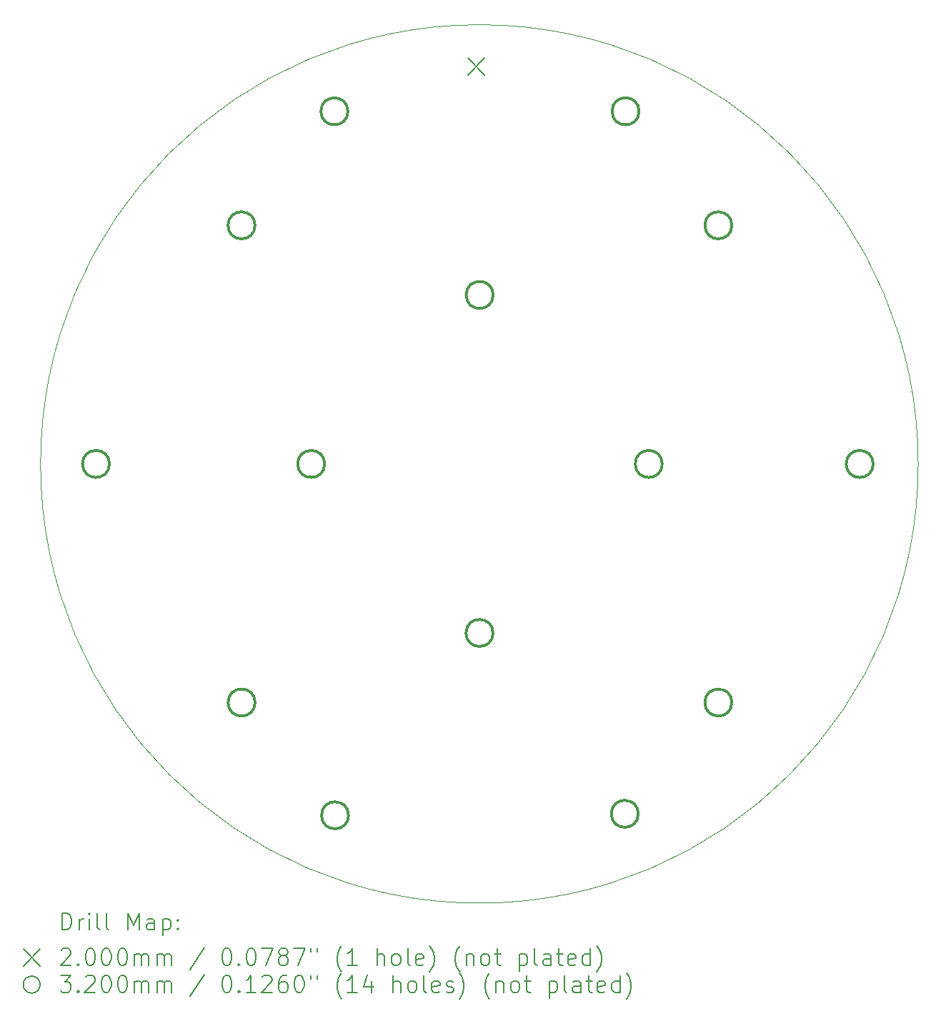
<source format=gbr>
%TF.GenerationSoftware,KiCad,Pcbnew,7.0.9*%
%TF.CreationDate,2024-01-26T12:36:04+01:00*%
%TF.ProjectId,maglev26,6d61676c-6576-4323-962e-6b696361645f,1.0*%
%TF.SameCoordinates,Original*%
%TF.FileFunction,Drillmap*%
%TF.FilePolarity,Positive*%
%FSLAX45Y45*%
G04 Gerber Fmt 4.5, Leading zero omitted, Abs format (unit mm)*
G04 Created by KiCad (PCBNEW 7.0.9) date 2024-01-26 12:36:04*
%MOMM*%
%LPD*%
G01*
G04 APERTURE LIST*
%ADD10C,0.100000*%
%ADD11C,0.200000*%
%ADD12C,0.320000*%
G04 APERTURE END LIST*
D10*
X19818250Y-9925000D02*
G75*
G03*
X19818250Y-9925000I-5200000J0D01*
G01*
D11*
X14480000Y-5120000D02*
X14680000Y-5320000D01*
X14680000Y-5120000D02*
X14480000Y-5320000D01*
D12*
X10235000Y-9925000D02*
G75*
G03*
X10235000Y-9925000I-160000J0D01*
G01*
X11960000Y-7100000D02*
G75*
G03*
X11960000Y-7100000I-160000J0D01*
G01*
X11960000Y-12750000D02*
G75*
G03*
X11960000Y-12750000I-160000J0D01*
G01*
X12785000Y-9925000D02*
G75*
G03*
X12785000Y-9925000I-160000J0D01*
G01*
X13060000Y-5750000D02*
G75*
G03*
X13060000Y-5750000I-160000J0D01*
G01*
X13067702Y-14085286D02*
G75*
G03*
X13067702Y-14085286I-160000J0D01*
G01*
X14779847Y-11926189D02*
G75*
G03*
X14779847Y-11926189I-160000J0D01*
G01*
X14780895Y-7924585D02*
G75*
G03*
X14780895Y-7924585I-160000J0D01*
G01*
X16501204Y-14067816D02*
G75*
G03*
X16501204Y-14067816I-160000J0D01*
G01*
X16510000Y-5750000D02*
G75*
G03*
X16510000Y-5750000I-160000J0D01*
G01*
X16785000Y-9925000D02*
G75*
G03*
X16785000Y-9925000I-160000J0D01*
G01*
X17610000Y-7100000D02*
G75*
G03*
X17610000Y-7100000I-160000J0D01*
G01*
X17610000Y-12750000D02*
G75*
G03*
X17610000Y-12750000I-160000J0D01*
G01*
X19285000Y-9925000D02*
G75*
G03*
X19285000Y-9925000I-160000J0D01*
G01*
D11*
X9674027Y-15441484D02*
X9674027Y-15241484D01*
X9674027Y-15241484D02*
X9721646Y-15241484D01*
X9721646Y-15241484D02*
X9750217Y-15251008D01*
X9750217Y-15251008D02*
X9769265Y-15270055D01*
X9769265Y-15270055D02*
X9778789Y-15289103D01*
X9778789Y-15289103D02*
X9788313Y-15327198D01*
X9788313Y-15327198D02*
X9788313Y-15355769D01*
X9788313Y-15355769D02*
X9778789Y-15393865D01*
X9778789Y-15393865D02*
X9769265Y-15412912D01*
X9769265Y-15412912D02*
X9750217Y-15431960D01*
X9750217Y-15431960D02*
X9721646Y-15441484D01*
X9721646Y-15441484D02*
X9674027Y-15441484D01*
X9874027Y-15441484D02*
X9874027Y-15308150D01*
X9874027Y-15346246D02*
X9883551Y-15327198D01*
X9883551Y-15327198D02*
X9893074Y-15317674D01*
X9893074Y-15317674D02*
X9912122Y-15308150D01*
X9912122Y-15308150D02*
X9931170Y-15308150D01*
X9997836Y-15441484D02*
X9997836Y-15308150D01*
X9997836Y-15241484D02*
X9988313Y-15251008D01*
X9988313Y-15251008D02*
X9997836Y-15260531D01*
X9997836Y-15260531D02*
X10007360Y-15251008D01*
X10007360Y-15251008D02*
X9997836Y-15241484D01*
X9997836Y-15241484D02*
X9997836Y-15260531D01*
X10121646Y-15441484D02*
X10102598Y-15431960D01*
X10102598Y-15431960D02*
X10093074Y-15412912D01*
X10093074Y-15412912D02*
X10093074Y-15241484D01*
X10226408Y-15441484D02*
X10207360Y-15431960D01*
X10207360Y-15431960D02*
X10197836Y-15412912D01*
X10197836Y-15412912D02*
X10197836Y-15241484D01*
X10454979Y-15441484D02*
X10454979Y-15241484D01*
X10454979Y-15241484D02*
X10521646Y-15384341D01*
X10521646Y-15384341D02*
X10588313Y-15241484D01*
X10588313Y-15241484D02*
X10588313Y-15441484D01*
X10769265Y-15441484D02*
X10769265Y-15336722D01*
X10769265Y-15336722D02*
X10759741Y-15317674D01*
X10759741Y-15317674D02*
X10740694Y-15308150D01*
X10740694Y-15308150D02*
X10702598Y-15308150D01*
X10702598Y-15308150D02*
X10683551Y-15317674D01*
X10769265Y-15431960D02*
X10750217Y-15441484D01*
X10750217Y-15441484D02*
X10702598Y-15441484D01*
X10702598Y-15441484D02*
X10683551Y-15431960D01*
X10683551Y-15431960D02*
X10674027Y-15412912D01*
X10674027Y-15412912D02*
X10674027Y-15393865D01*
X10674027Y-15393865D02*
X10683551Y-15374817D01*
X10683551Y-15374817D02*
X10702598Y-15365293D01*
X10702598Y-15365293D02*
X10750217Y-15365293D01*
X10750217Y-15365293D02*
X10769265Y-15355769D01*
X10864503Y-15308150D02*
X10864503Y-15508150D01*
X10864503Y-15317674D02*
X10883551Y-15308150D01*
X10883551Y-15308150D02*
X10921646Y-15308150D01*
X10921646Y-15308150D02*
X10940694Y-15317674D01*
X10940694Y-15317674D02*
X10950217Y-15327198D01*
X10950217Y-15327198D02*
X10959741Y-15346246D01*
X10959741Y-15346246D02*
X10959741Y-15403388D01*
X10959741Y-15403388D02*
X10950217Y-15422436D01*
X10950217Y-15422436D02*
X10940694Y-15431960D01*
X10940694Y-15431960D02*
X10921646Y-15441484D01*
X10921646Y-15441484D02*
X10883551Y-15441484D01*
X10883551Y-15441484D02*
X10864503Y-15431960D01*
X11045455Y-15422436D02*
X11054979Y-15431960D01*
X11054979Y-15431960D02*
X11045455Y-15441484D01*
X11045455Y-15441484D02*
X11035932Y-15431960D01*
X11035932Y-15431960D02*
X11045455Y-15422436D01*
X11045455Y-15422436D02*
X11045455Y-15441484D01*
X11045455Y-15317674D02*
X11054979Y-15327198D01*
X11054979Y-15327198D02*
X11045455Y-15336722D01*
X11045455Y-15336722D02*
X11035932Y-15327198D01*
X11035932Y-15327198D02*
X11045455Y-15317674D01*
X11045455Y-15317674D02*
X11045455Y-15336722D01*
X9213250Y-15670000D02*
X9413250Y-15870000D01*
X9413250Y-15670000D02*
X9213250Y-15870000D01*
X9664503Y-15680531D02*
X9674027Y-15671008D01*
X9674027Y-15671008D02*
X9693074Y-15661484D01*
X9693074Y-15661484D02*
X9740694Y-15661484D01*
X9740694Y-15661484D02*
X9759741Y-15671008D01*
X9759741Y-15671008D02*
X9769265Y-15680531D01*
X9769265Y-15680531D02*
X9778789Y-15699579D01*
X9778789Y-15699579D02*
X9778789Y-15718627D01*
X9778789Y-15718627D02*
X9769265Y-15747198D01*
X9769265Y-15747198D02*
X9654979Y-15861484D01*
X9654979Y-15861484D02*
X9778789Y-15861484D01*
X9864503Y-15842436D02*
X9874027Y-15851960D01*
X9874027Y-15851960D02*
X9864503Y-15861484D01*
X9864503Y-15861484D02*
X9854979Y-15851960D01*
X9854979Y-15851960D02*
X9864503Y-15842436D01*
X9864503Y-15842436D02*
X9864503Y-15861484D01*
X9997836Y-15661484D02*
X10016884Y-15661484D01*
X10016884Y-15661484D02*
X10035932Y-15671008D01*
X10035932Y-15671008D02*
X10045455Y-15680531D01*
X10045455Y-15680531D02*
X10054979Y-15699579D01*
X10054979Y-15699579D02*
X10064503Y-15737674D01*
X10064503Y-15737674D02*
X10064503Y-15785293D01*
X10064503Y-15785293D02*
X10054979Y-15823388D01*
X10054979Y-15823388D02*
X10045455Y-15842436D01*
X10045455Y-15842436D02*
X10035932Y-15851960D01*
X10035932Y-15851960D02*
X10016884Y-15861484D01*
X10016884Y-15861484D02*
X9997836Y-15861484D01*
X9997836Y-15861484D02*
X9978789Y-15851960D01*
X9978789Y-15851960D02*
X9969265Y-15842436D01*
X9969265Y-15842436D02*
X9959741Y-15823388D01*
X9959741Y-15823388D02*
X9950217Y-15785293D01*
X9950217Y-15785293D02*
X9950217Y-15737674D01*
X9950217Y-15737674D02*
X9959741Y-15699579D01*
X9959741Y-15699579D02*
X9969265Y-15680531D01*
X9969265Y-15680531D02*
X9978789Y-15671008D01*
X9978789Y-15671008D02*
X9997836Y-15661484D01*
X10188313Y-15661484D02*
X10207360Y-15661484D01*
X10207360Y-15661484D02*
X10226408Y-15671008D01*
X10226408Y-15671008D02*
X10235932Y-15680531D01*
X10235932Y-15680531D02*
X10245455Y-15699579D01*
X10245455Y-15699579D02*
X10254979Y-15737674D01*
X10254979Y-15737674D02*
X10254979Y-15785293D01*
X10254979Y-15785293D02*
X10245455Y-15823388D01*
X10245455Y-15823388D02*
X10235932Y-15842436D01*
X10235932Y-15842436D02*
X10226408Y-15851960D01*
X10226408Y-15851960D02*
X10207360Y-15861484D01*
X10207360Y-15861484D02*
X10188313Y-15861484D01*
X10188313Y-15861484D02*
X10169265Y-15851960D01*
X10169265Y-15851960D02*
X10159741Y-15842436D01*
X10159741Y-15842436D02*
X10150217Y-15823388D01*
X10150217Y-15823388D02*
X10140694Y-15785293D01*
X10140694Y-15785293D02*
X10140694Y-15737674D01*
X10140694Y-15737674D02*
X10150217Y-15699579D01*
X10150217Y-15699579D02*
X10159741Y-15680531D01*
X10159741Y-15680531D02*
X10169265Y-15671008D01*
X10169265Y-15671008D02*
X10188313Y-15661484D01*
X10378789Y-15661484D02*
X10397836Y-15661484D01*
X10397836Y-15661484D02*
X10416884Y-15671008D01*
X10416884Y-15671008D02*
X10426408Y-15680531D01*
X10426408Y-15680531D02*
X10435932Y-15699579D01*
X10435932Y-15699579D02*
X10445455Y-15737674D01*
X10445455Y-15737674D02*
X10445455Y-15785293D01*
X10445455Y-15785293D02*
X10435932Y-15823388D01*
X10435932Y-15823388D02*
X10426408Y-15842436D01*
X10426408Y-15842436D02*
X10416884Y-15851960D01*
X10416884Y-15851960D02*
X10397836Y-15861484D01*
X10397836Y-15861484D02*
X10378789Y-15861484D01*
X10378789Y-15861484D02*
X10359741Y-15851960D01*
X10359741Y-15851960D02*
X10350217Y-15842436D01*
X10350217Y-15842436D02*
X10340694Y-15823388D01*
X10340694Y-15823388D02*
X10331170Y-15785293D01*
X10331170Y-15785293D02*
X10331170Y-15737674D01*
X10331170Y-15737674D02*
X10340694Y-15699579D01*
X10340694Y-15699579D02*
X10350217Y-15680531D01*
X10350217Y-15680531D02*
X10359741Y-15671008D01*
X10359741Y-15671008D02*
X10378789Y-15661484D01*
X10531170Y-15861484D02*
X10531170Y-15728150D01*
X10531170Y-15747198D02*
X10540694Y-15737674D01*
X10540694Y-15737674D02*
X10559741Y-15728150D01*
X10559741Y-15728150D02*
X10588313Y-15728150D01*
X10588313Y-15728150D02*
X10607360Y-15737674D01*
X10607360Y-15737674D02*
X10616884Y-15756722D01*
X10616884Y-15756722D02*
X10616884Y-15861484D01*
X10616884Y-15756722D02*
X10626408Y-15737674D01*
X10626408Y-15737674D02*
X10645455Y-15728150D01*
X10645455Y-15728150D02*
X10674027Y-15728150D01*
X10674027Y-15728150D02*
X10693075Y-15737674D01*
X10693075Y-15737674D02*
X10702598Y-15756722D01*
X10702598Y-15756722D02*
X10702598Y-15861484D01*
X10797836Y-15861484D02*
X10797836Y-15728150D01*
X10797836Y-15747198D02*
X10807360Y-15737674D01*
X10807360Y-15737674D02*
X10826408Y-15728150D01*
X10826408Y-15728150D02*
X10854979Y-15728150D01*
X10854979Y-15728150D02*
X10874027Y-15737674D01*
X10874027Y-15737674D02*
X10883551Y-15756722D01*
X10883551Y-15756722D02*
X10883551Y-15861484D01*
X10883551Y-15756722D02*
X10893075Y-15737674D01*
X10893075Y-15737674D02*
X10912122Y-15728150D01*
X10912122Y-15728150D02*
X10940694Y-15728150D01*
X10940694Y-15728150D02*
X10959741Y-15737674D01*
X10959741Y-15737674D02*
X10969265Y-15756722D01*
X10969265Y-15756722D02*
X10969265Y-15861484D01*
X11359741Y-15651960D02*
X11188313Y-15909103D01*
X11616884Y-15661484D02*
X11635932Y-15661484D01*
X11635932Y-15661484D02*
X11654979Y-15671008D01*
X11654979Y-15671008D02*
X11664503Y-15680531D01*
X11664503Y-15680531D02*
X11674027Y-15699579D01*
X11674027Y-15699579D02*
X11683551Y-15737674D01*
X11683551Y-15737674D02*
X11683551Y-15785293D01*
X11683551Y-15785293D02*
X11674027Y-15823388D01*
X11674027Y-15823388D02*
X11664503Y-15842436D01*
X11664503Y-15842436D02*
X11654979Y-15851960D01*
X11654979Y-15851960D02*
X11635932Y-15861484D01*
X11635932Y-15861484D02*
X11616884Y-15861484D01*
X11616884Y-15861484D02*
X11597836Y-15851960D01*
X11597836Y-15851960D02*
X11588313Y-15842436D01*
X11588313Y-15842436D02*
X11578789Y-15823388D01*
X11578789Y-15823388D02*
X11569265Y-15785293D01*
X11569265Y-15785293D02*
X11569265Y-15737674D01*
X11569265Y-15737674D02*
X11578789Y-15699579D01*
X11578789Y-15699579D02*
X11588313Y-15680531D01*
X11588313Y-15680531D02*
X11597836Y-15671008D01*
X11597836Y-15671008D02*
X11616884Y-15661484D01*
X11769265Y-15842436D02*
X11778789Y-15851960D01*
X11778789Y-15851960D02*
X11769265Y-15861484D01*
X11769265Y-15861484D02*
X11759741Y-15851960D01*
X11759741Y-15851960D02*
X11769265Y-15842436D01*
X11769265Y-15842436D02*
X11769265Y-15861484D01*
X11902598Y-15661484D02*
X11921646Y-15661484D01*
X11921646Y-15661484D02*
X11940694Y-15671008D01*
X11940694Y-15671008D02*
X11950217Y-15680531D01*
X11950217Y-15680531D02*
X11959741Y-15699579D01*
X11959741Y-15699579D02*
X11969265Y-15737674D01*
X11969265Y-15737674D02*
X11969265Y-15785293D01*
X11969265Y-15785293D02*
X11959741Y-15823388D01*
X11959741Y-15823388D02*
X11950217Y-15842436D01*
X11950217Y-15842436D02*
X11940694Y-15851960D01*
X11940694Y-15851960D02*
X11921646Y-15861484D01*
X11921646Y-15861484D02*
X11902598Y-15861484D01*
X11902598Y-15861484D02*
X11883551Y-15851960D01*
X11883551Y-15851960D02*
X11874027Y-15842436D01*
X11874027Y-15842436D02*
X11864503Y-15823388D01*
X11864503Y-15823388D02*
X11854979Y-15785293D01*
X11854979Y-15785293D02*
X11854979Y-15737674D01*
X11854979Y-15737674D02*
X11864503Y-15699579D01*
X11864503Y-15699579D02*
X11874027Y-15680531D01*
X11874027Y-15680531D02*
X11883551Y-15671008D01*
X11883551Y-15671008D02*
X11902598Y-15661484D01*
X12035932Y-15661484D02*
X12169265Y-15661484D01*
X12169265Y-15661484D02*
X12083551Y-15861484D01*
X12274027Y-15747198D02*
X12254979Y-15737674D01*
X12254979Y-15737674D02*
X12245456Y-15728150D01*
X12245456Y-15728150D02*
X12235932Y-15709103D01*
X12235932Y-15709103D02*
X12235932Y-15699579D01*
X12235932Y-15699579D02*
X12245456Y-15680531D01*
X12245456Y-15680531D02*
X12254979Y-15671008D01*
X12254979Y-15671008D02*
X12274027Y-15661484D01*
X12274027Y-15661484D02*
X12312122Y-15661484D01*
X12312122Y-15661484D02*
X12331170Y-15671008D01*
X12331170Y-15671008D02*
X12340694Y-15680531D01*
X12340694Y-15680531D02*
X12350217Y-15699579D01*
X12350217Y-15699579D02*
X12350217Y-15709103D01*
X12350217Y-15709103D02*
X12340694Y-15728150D01*
X12340694Y-15728150D02*
X12331170Y-15737674D01*
X12331170Y-15737674D02*
X12312122Y-15747198D01*
X12312122Y-15747198D02*
X12274027Y-15747198D01*
X12274027Y-15747198D02*
X12254979Y-15756722D01*
X12254979Y-15756722D02*
X12245456Y-15766246D01*
X12245456Y-15766246D02*
X12235932Y-15785293D01*
X12235932Y-15785293D02*
X12235932Y-15823388D01*
X12235932Y-15823388D02*
X12245456Y-15842436D01*
X12245456Y-15842436D02*
X12254979Y-15851960D01*
X12254979Y-15851960D02*
X12274027Y-15861484D01*
X12274027Y-15861484D02*
X12312122Y-15861484D01*
X12312122Y-15861484D02*
X12331170Y-15851960D01*
X12331170Y-15851960D02*
X12340694Y-15842436D01*
X12340694Y-15842436D02*
X12350217Y-15823388D01*
X12350217Y-15823388D02*
X12350217Y-15785293D01*
X12350217Y-15785293D02*
X12340694Y-15766246D01*
X12340694Y-15766246D02*
X12331170Y-15756722D01*
X12331170Y-15756722D02*
X12312122Y-15747198D01*
X12416884Y-15661484D02*
X12550217Y-15661484D01*
X12550217Y-15661484D02*
X12464503Y-15861484D01*
X12616884Y-15661484D02*
X12616884Y-15699579D01*
X12693075Y-15661484D02*
X12693075Y-15699579D01*
X12988313Y-15937674D02*
X12978789Y-15928150D01*
X12978789Y-15928150D02*
X12959741Y-15899579D01*
X12959741Y-15899579D02*
X12950218Y-15880531D01*
X12950218Y-15880531D02*
X12940694Y-15851960D01*
X12940694Y-15851960D02*
X12931170Y-15804341D01*
X12931170Y-15804341D02*
X12931170Y-15766246D01*
X12931170Y-15766246D02*
X12940694Y-15718627D01*
X12940694Y-15718627D02*
X12950218Y-15690055D01*
X12950218Y-15690055D02*
X12959741Y-15671008D01*
X12959741Y-15671008D02*
X12978789Y-15642436D01*
X12978789Y-15642436D02*
X12988313Y-15632912D01*
X13169265Y-15861484D02*
X13054979Y-15861484D01*
X13112122Y-15861484D02*
X13112122Y-15661484D01*
X13112122Y-15661484D02*
X13093075Y-15690055D01*
X13093075Y-15690055D02*
X13074027Y-15709103D01*
X13074027Y-15709103D02*
X13054979Y-15718627D01*
X13407360Y-15861484D02*
X13407360Y-15661484D01*
X13493075Y-15861484D02*
X13493075Y-15756722D01*
X13493075Y-15756722D02*
X13483551Y-15737674D01*
X13483551Y-15737674D02*
X13464503Y-15728150D01*
X13464503Y-15728150D02*
X13435932Y-15728150D01*
X13435932Y-15728150D02*
X13416884Y-15737674D01*
X13416884Y-15737674D02*
X13407360Y-15747198D01*
X13616884Y-15861484D02*
X13597837Y-15851960D01*
X13597837Y-15851960D02*
X13588313Y-15842436D01*
X13588313Y-15842436D02*
X13578789Y-15823388D01*
X13578789Y-15823388D02*
X13578789Y-15766246D01*
X13578789Y-15766246D02*
X13588313Y-15747198D01*
X13588313Y-15747198D02*
X13597837Y-15737674D01*
X13597837Y-15737674D02*
X13616884Y-15728150D01*
X13616884Y-15728150D02*
X13645456Y-15728150D01*
X13645456Y-15728150D02*
X13664503Y-15737674D01*
X13664503Y-15737674D02*
X13674027Y-15747198D01*
X13674027Y-15747198D02*
X13683551Y-15766246D01*
X13683551Y-15766246D02*
X13683551Y-15823388D01*
X13683551Y-15823388D02*
X13674027Y-15842436D01*
X13674027Y-15842436D02*
X13664503Y-15851960D01*
X13664503Y-15851960D02*
X13645456Y-15861484D01*
X13645456Y-15861484D02*
X13616884Y-15861484D01*
X13797837Y-15861484D02*
X13778789Y-15851960D01*
X13778789Y-15851960D02*
X13769265Y-15832912D01*
X13769265Y-15832912D02*
X13769265Y-15661484D01*
X13950218Y-15851960D02*
X13931170Y-15861484D01*
X13931170Y-15861484D02*
X13893075Y-15861484D01*
X13893075Y-15861484D02*
X13874027Y-15851960D01*
X13874027Y-15851960D02*
X13864503Y-15832912D01*
X13864503Y-15832912D02*
X13864503Y-15756722D01*
X13864503Y-15756722D02*
X13874027Y-15737674D01*
X13874027Y-15737674D02*
X13893075Y-15728150D01*
X13893075Y-15728150D02*
X13931170Y-15728150D01*
X13931170Y-15728150D02*
X13950218Y-15737674D01*
X13950218Y-15737674D02*
X13959741Y-15756722D01*
X13959741Y-15756722D02*
X13959741Y-15775769D01*
X13959741Y-15775769D02*
X13864503Y-15794817D01*
X14026408Y-15937674D02*
X14035932Y-15928150D01*
X14035932Y-15928150D02*
X14054980Y-15899579D01*
X14054980Y-15899579D02*
X14064503Y-15880531D01*
X14064503Y-15880531D02*
X14074027Y-15851960D01*
X14074027Y-15851960D02*
X14083551Y-15804341D01*
X14083551Y-15804341D02*
X14083551Y-15766246D01*
X14083551Y-15766246D02*
X14074027Y-15718627D01*
X14074027Y-15718627D02*
X14064503Y-15690055D01*
X14064503Y-15690055D02*
X14054980Y-15671008D01*
X14054980Y-15671008D02*
X14035932Y-15642436D01*
X14035932Y-15642436D02*
X14026408Y-15632912D01*
X14388313Y-15937674D02*
X14378789Y-15928150D01*
X14378789Y-15928150D02*
X14359741Y-15899579D01*
X14359741Y-15899579D02*
X14350218Y-15880531D01*
X14350218Y-15880531D02*
X14340694Y-15851960D01*
X14340694Y-15851960D02*
X14331170Y-15804341D01*
X14331170Y-15804341D02*
X14331170Y-15766246D01*
X14331170Y-15766246D02*
X14340694Y-15718627D01*
X14340694Y-15718627D02*
X14350218Y-15690055D01*
X14350218Y-15690055D02*
X14359741Y-15671008D01*
X14359741Y-15671008D02*
X14378789Y-15642436D01*
X14378789Y-15642436D02*
X14388313Y-15632912D01*
X14464503Y-15728150D02*
X14464503Y-15861484D01*
X14464503Y-15747198D02*
X14474027Y-15737674D01*
X14474027Y-15737674D02*
X14493075Y-15728150D01*
X14493075Y-15728150D02*
X14521646Y-15728150D01*
X14521646Y-15728150D02*
X14540694Y-15737674D01*
X14540694Y-15737674D02*
X14550218Y-15756722D01*
X14550218Y-15756722D02*
X14550218Y-15861484D01*
X14674027Y-15861484D02*
X14654980Y-15851960D01*
X14654980Y-15851960D02*
X14645456Y-15842436D01*
X14645456Y-15842436D02*
X14635932Y-15823388D01*
X14635932Y-15823388D02*
X14635932Y-15766246D01*
X14635932Y-15766246D02*
X14645456Y-15747198D01*
X14645456Y-15747198D02*
X14654980Y-15737674D01*
X14654980Y-15737674D02*
X14674027Y-15728150D01*
X14674027Y-15728150D02*
X14702599Y-15728150D01*
X14702599Y-15728150D02*
X14721646Y-15737674D01*
X14721646Y-15737674D02*
X14731170Y-15747198D01*
X14731170Y-15747198D02*
X14740694Y-15766246D01*
X14740694Y-15766246D02*
X14740694Y-15823388D01*
X14740694Y-15823388D02*
X14731170Y-15842436D01*
X14731170Y-15842436D02*
X14721646Y-15851960D01*
X14721646Y-15851960D02*
X14702599Y-15861484D01*
X14702599Y-15861484D02*
X14674027Y-15861484D01*
X14797837Y-15728150D02*
X14874027Y-15728150D01*
X14826408Y-15661484D02*
X14826408Y-15832912D01*
X14826408Y-15832912D02*
X14835932Y-15851960D01*
X14835932Y-15851960D02*
X14854980Y-15861484D01*
X14854980Y-15861484D02*
X14874027Y-15861484D01*
X15093075Y-15728150D02*
X15093075Y-15928150D01*
X15093075Y-15737674D02*
X15112122Y-15728150D01*
X15112122Y-15728150D02*
X15150218Y-15728150D01*
X15150218Y-15728150D02*
X15169265Y-15737674D01*
X15169265Y-15737674D02*
X15178789Y-15747198D01*
X15178789Y-15747198D02*
X15188313Y-15766246D01*
X15188313Y-15766246D02*
X15188313Y-15823388D01*
X15188313Y-15823388D02*
X15178789Y-15842436D01*
X15178789Y-15842436D02*
X15169265Y-15851960D01*
X15169265Y-15851960D02*
X15150218Y-15861484D01*
X15150218Y-15861484D02*
X15112122Y-15861484D01*
X15112122Y-15861484D02*
X15093075Y-15851960D01*
X15302599Y-15861484D02*
X15283551Y-15851960D01*
X15283551Y-15851960D02*
X15274027Y-15832912D01*
X15274027Y-15832912D02*
X15274027Y-15661484D01*
X15464503Y-15861484D02*
X15464503Y-15756722D01*
X15464503Y-15756722D02*
X15454980Y-15737674D01*
X15454980Y-15737674D02*
X15435932Y-15728150D01*
X15435932Y-15728150D02*
X15397837Y-15728150D01*
X15397837Y-15728150D02*
X15378789Y-15737674D01*
X15464503Y-15851960D02*
X15445456Y-15861484D01*
X15445456Y-15861484D02*
X15397837Y-15861484D01*
X15397837Y-15861484D02*
X15378789Y-15851960D01*
X15378789Y-15851960D02*
X15369265Y-15832912D01*
X15369265Y-15832912D02*
X15369265Y-15813865D01*
X15369265Y-15813865D02*
X15378789Y-15794817D01*
X15378789Y-15794817D02*
X15397837Y-15785293D01*
X15397837Y-15785293D02*
X15445456Y-15785293D01*
X15445456Y-15785293D02*
X15464503Y-15775769D01*
X15531170Y-15728150D02*
X15607361Y-15728150D01*
X15559742Y-15661484D02*
X15559742Y-15832912D01*
X15559742Y-15832912D02*
X15569265Y-15851960D01*
X15569265Y-15851960D02*
X15588313Y-15861484D01*
X15588313Y-15861484D02*
X15607361Y-15861484D01*
X15750218Y-15851960D02*
X15731170Y-15861484D01*
X15731170Y-15861484D02*
X15693075Y-15861484D01*
X15693075Y-15861484D02*
X15674027Y-15851960D01*
X15674027Y-15851960D02*
X15664503Y-15832912D01*
X15664503Y-15832912D02*
X15664503Y-15756722D01*
X15664503Y-15756722D02*
X15674027Y-15737674D01*
X15674027Y-15737674D02*
X15693075Y-15728150D01*
X15693075Y-15728150D02*
X15731170Y-15728150D01*
X15731170Y-15728150D02*
X15750218Y-15737674D01*
X15750218Y-15737674D02*
X15759742Y-15756722D01*
X15759742Y-15756722D02*
X15759742Y-15775769D01*
X15759742Y-15775769D02*
X15664503Y-15794817D01*
X15931170Y-15861484D02*
X15931170Y-15661484D01*
X15931170Y-15851960D02*
X15912123Y-15861484D01*
X15912123Y-15861484D02*
X15874027Y-15861484D01*
X15874027Y-15861484D02*
X15854980Y-15851960D01*
X15854980Y-15851960D02*
X15845456Y-15842436D01*
X15845456Y-15842436D02*
X15835932Y-15823388D01*
X15835932Y-15823388D02*
X15835932Y-15766246D01*
X15835932Y-15766246D02*
X15845456Y-15747198D01*
X15845456Y-15747198D02*
X15854980Y-15737674D01*
X15854980Y-15737674D02*
X15874027Y-15728150D01*
X15874027Y-15728150D02*
X15912123Y-15728150D01*
X15912123Y-15728150D02*
X15931170Y-15737674D01*
X16007361Y-15937674D02*
X16016884Y-15928150D01*
X16016884Y-15928150D02*
X16035932Y-15899579D01*
X16035932Y-15899579D02*
X16045456Y-15880531D01*
X16045456Y-15880531D02*
X16054980Y-15851960D01*
X16054980Y-15851960D02*
X16064503Y-15804341D01*
X16064503Y-15804341D02*
X16064503Y-15766246D01*
X16064503Y-15766246D02*
X16054980Y-15718627D01*
X16054980Y-15718627D02*
X16045456Y-15690055D01*
X16045456Y-15690055D02*
X16035932Y-15671008D01*
X16035932Y-15671008D02*
X16016884Y-15642436D01*
X16016884Y-15642436D02*
X16007361Y-15632912D01*
X9413250Y-16090000D02*
G75*
G03*
X9413250Y-16090000I-100000J0D01*
G01*
X9654979Y-15981484D02*
X9778789Y-15981484D01*
X9778789Y-15981484D02*
X9712122Y-16057674D01*
X9712122Y-16057674D02*
X9740694Y-16057674D01*
X9740694Y-16057674D02*
X9759741Y-16067198D01*
X9759741Y-16067198D02*
X9769265Y-16076722D01*
X9769265Y-16076722D02*
X9778789Y-16095769D01*
X9778789Y-16095769D02*
X9778789Y-16143388D01*
X9778789Y-16143388D02*
X9769265Y-16162436D01*
X9769265Y-16162436D02*
X9759741Y-16171960D01*
X9759741Y-16171960D02*
X9740694Y-16181484D01*
X9740694Y-16181484D02*
X9683551Y-16181484D01*
X9683551Y-16181484D02*
X9664503Y-16171960D01*
X9664503Y-16171960D02*
X9654979Y-16162436D01*
X9864503Y-16162436D02*
X9874027Y-16171960D01*
X9874027Y-16171960D02*
X9864503Y-16181484D01*
X9864503Y-16181484D02*
X9854979Y-16171960D01*
X9854979Y-16171960D02*
X9864503Y-16162436D01*
X9864503Y-16162436D02*
X9864503Y-16181484D01*
X9950217Y-16000531D02*
X9959741Y-15991008D01*
X9959741Y-15991008D02*
X9978789Y-15981484D01*
X9978789Y-15981484D02*
X10026408Y-15981484D01*
X10026408Y-15981484D02*
X10045455Y-15991008D01*
X10045455Y-15991008D02*
X10054979Y-16000531D01*
X10054979Y-16000531D02*
X10064503Y-16019579D01*
X10064503Y-16019579D02*
X10064503Y-16038627D01*
X10064503Y-16038627D02*
X10054979Y-16067198D01*
X10054979Y-16067198D02*
X9940694Y-16181484D01*
X9940694Y-16181484D02*
X10064503Y-16181484D01*
X10188313Y-15981484D02*
X10207360Y-15981484D01*
X10207360Y-15981484D02*
X10226408Y-15991008D01*
X10226408Y-15991008D02*
X10235932Y-16000531D01*
X10235932Y-16000531D02*
X10245455Y-16019579D01*
X10245455Y-16019579D02*
X10254979Y-16057674D01*
X10254979Y-16057674D02*
X10254979Y-16105293D01*
X10254979Y-16105293D02*
X10245455Y-16143388D01*
X10245455Y-16143388D02*
X10235932Y-16162436D01*
X10235932Y-16162436D02*
X10226408Y-16171960D01*
X10226408Y-16171960D02*
X10207360Y-16181484D01*
X10207360Y-16181484D02*
X10188313Y-16181484D01*
X10188313Y-16181484D02*
X10169265Y-16171960D01*
X10169265Y-16171960D02*
X10159741Y-16162436D01*
X10159741Y-16162436D02*
X10150217Y-16143388D01*
X10150217Y-16143388D02*
X10140694Y-16105293D01*
X10140694Y-16105293D02*
X10140694Y-16057674D01*
X10140694Y-16057674D02*
X10150217Y-16019579D01*
X10150217Y-16019579D02*
X10159741Y-16000531D01*
X10159741Y-16000531D02*
X10169265Y-15991008D01*
X10169265Y-15991008D02*
X10188313Y-15981484D01*
X10378789Y-15981484D02*
X10397836Y-15981484D01*
X10397836Y-15981484D02*
X10416884Y-15991008D01*
X10416884Y-15991008D02*
X10426408Y-16000531D01*
X10426408Y-16000531D02*
X10435932Y-16019579D01*
X10435932Y-16019579D02*
X10445455Y-16057674D01*
X10445455Y-16057674D02*
X10445455Y-16105293D01*
X10445455Y-16105293D02*
X10435932Y-16143388D01*
X10435932Y-16143388D02*
X10426408Y-16162436D01*
X10426408Y-16162436D02*
X10416884Y-16171960D01*
X10416884Y-16171960D02*
X10397836Y-16181484D01*
X10397836Y-16181484D02*
X10378789Y-16181484D01*
X10378789Y-16181484D02*
X10359741Y-16171960D01*
X10359741Y-16171960D02*
X10350217Y-16162436D01*
X10350217Y-16162436D02*
X10340694Y-16143388D01*
X10340694Y-16143388D02*
X10331170Y-16105293D01*
X10331170Y-16105293D02*
X10331170Y-16057674D01*
X10331170Y-16057674D02*
X10340694Y-16019579D01*
X10340694Y-16019579D02*
X10350217Y-16000531D01*
X10350217Y-16000531D02*
X10359741Y-15991008D01*
X10359741Y-15991008D02*
X10378789Y-15981484D01*
X10531170Y-16181484D02*
X10531170Y-16048150D01*
X10531170Y-16067198D02*
X10540694Y-16057674D01*
X10540694Y-16057674D02*
X10559741Y-16048150D01*
X10559741Y-16048150D02*
X10588313Y-16048150D01*
X10588313Y-16048150D02*
X10607360Y-16057674D01*
X10607360Y-16057674D02*
X10616884Y-16076722D01*
X10616884Y-16076722D02*
X10616884Y-16181484D01*
X10616884Y-16076722D02*
X10626408Y-16057674D01*
X10626408Y-16057674D02*
X10645455Y-16048150D01*
X10645455Y-16048150D02*
X10674027Y-16048150D01*
X10674027Y-16048150D02*
X10693075Y-16057674D01*
X10693075Y-16057674D02*
X10702598Y-16076722D01*
X10702598Y-16076722D02*
X10702598Y-16181484D01*
X10797836Y-16181484D02*
X10797836Y-16048150D01*
X10797836Y-16067198D02*
X10807360Y-16057674D01*
X10807360Y-16057674D02*
X10826408Y-16048150D01*
X10826408Y-16048150D02*
X10854979Y-16048150D01*
X10854979Y-16048150D02*
X10874027Y-16057674D01*
X10874027Y-16057674D02*
X10883551Y-16076722D01*
X10883551Y-16076722D02*
X10883551Y-16181484D01*
X10883551Y-16076722D02*
X10893075Y-16057674D01*
X10893075Y-16057674D02*
X10912122Y-16048150D01*
X10912122Y-16048150D02*
X10940694Y-16048150D01*
X10940694Y-16048150D02*
X10959741Y-16057674D01*
X10959741Y-16057674D02*
X10969265Y-16076722D01*
X10969265Y-16076722D02*
X10969265Y-16181484D01*
X11359741Y-15971960D02*
X11188313Y-16229103D01*
X11616884Y-15981484D02*
X11635932Y-15981484D01*
X11635932Y-15981484D02*
X11654979Y-15991008D01*
X11654979Y-15991008D02*
X11664503Y-16000531D01*
X11664503Y-16000531D02*
X11674027Y-16019579D01*
X11674027Y-16019579D02*
X11683551Y-16057674D01*
X11683551Y-16057674D02*
X11683551Y-16105293D01*
X11683551Y-16105293D02*
X11674027Y-16143388D01*
X11674027Y-16143388D02*
X11664503Y-16162436D01*
X11664503Y-16162436D02*
X11654979Y-16171960D01*
X11654979Y-16171960D02*
X11635932Y-16181484D01*
X11635932Y-16181484D02*
X11616884Y-16181484D01*
X11616884Y-16181484D02*
X11597836Y-16171960D01*
X11597836Y-16171960D02*
X11588313Y-16162436D01*
X11588313Y-16162436D02*
X11578789Y-16143388D01*
X11578789Y-16143388D02*
X11569265Y-16105293D01*
X11569265Y-16105293D02*
X11569265Y-16057674D01*
X11569265Y-16057674D02*
X11578789Y-16019579D01*
X11578789Y-16019579D02*
X11588313Y-16000531D01*
X11588313Y-16000531D02*
X11597836Y-15991008D01*
X11597836Y-15991008D02*
X11616884Y-15981484D01*
X11769265Y-16162436D02*
X11778789Y-16171960D01*
X11778789Y-16171960D02*
X11769265Y-16181484D01*
X11769265Y-16181484D02*
X11759741Y-16171960D01*
X11759741Y-16171960D02*
X11769265Y-16162436D01*
X11769265Y-16162436D02*
X11769265Y-16181484D01*
X11969265Y-16181484D02*
X11854979Y-16181484D01*
X11912122Y-16181484D02*
X11912122Y-15981484D01*
X11912122Y-15981484D02*
X11893075Y-16010055D01*
X11893075Y-16010055D02*
X11874027Y-16029103D01*
X11874027Y-16029103D02*
X11854979Y-16038627D01*
X12045456Y-16000531D02*
X12054979Y-15991008D01*
X12054979Y-15991008D02*
X12074027Y-15981484D01*
X12074027Y-15981484D02*
X12121646Y-15981484D01*
X12121646Y-15981484D02*
X12140694Y-15991008D01*
X12140694Y-15991008D02*
X12150217Y-16000531D01*
X12150217Y-16000531D02*
X12159741Y-16019579D01*
X12159741Y-16019579D02*
X12159741Y-16038627D01*
X12159741Y-16038627D02*
X12150217Y-16067198D01*
X12150217Y-16067198D02*
X12035932Y-16181484D01*
X12035932Y-16181484D02*
X12159741Y-16181484D01*
X12331170Y-15981484D02*
X12293075Y-15981484D01*
X12293075Y-15981484D02*
X12274027Y-15991008D01*
X12274027Y-15991008D02*
X12264503Y-16000531D01*
X12264503Y-16000531D02*
X12245456Y-16029103D01*
X12245456Y-16029103D02*
X12235932Y-16067198D01*
X12235932Y-16067198D02*
X12235932Y-16143388D01*
X12235932Y-16143388D02*
X12245456Y-16162436D01*
X12245456Y-16162436D02*
X12254979Y-16171960D01*
X12254979Y-16171960D02*
X12274027Y-16181484D01*
X12274027Y-16181484D02*
X12312122Y-16181484D01*
X12312122Y-16181484D02*
X12331170Y-16171960D01*
X12331170Y-16171960D02*
X12340694Y-16162436D01*
X12340694Y-16162436D02*
X12350217Y-16143388D01*
X12350217Y-16143388D02*
X12350217Y-16095769D01*
X12350217Y-16095769D02*
X12340694Y-16076722D01*
X12340694Y-16076722D02*
X12331170Y-16067198D01*
X12331170Y-16067198D02*
X12312122Y-16057674D01*
X12312122Y-16057674D02*
X12274027Y-16057674D01*
X12274027Y-16057674D02*
X12254979Y-16067198D01*
X12254979Y-16067198D02*
X12245456Y-16076722D01*
X12245456Y-16076722D02*
X12235932Y-16095769D01*
X12474027Y-15981484D02*
X12493075Y-15981484D01*
X12493075Y-15981484D02*
X12512122Y-15991008D01*
X12512122Y-15991008D02*
X12521646Y-16000531D01*
X12521646Y-16000531D02*
X12531170Y-16019579D01*
X12531170Y-16019579D02*
X12540694Y-16057674D01*
X12540694Y-16057674D02*
X12540694Y-16105293D01*
X12540694Y-16105293D02*
X12531170Y-16143388D01*
X12531170Y-16143388D02*
X12521646Y-16162436D01*
X12521646Y-16162436D02*
X12512122Y-16171960D01*
X12512122Y-16171960D02*
X12493075Y-16181484D01*
X12493075Y-16181484D02*
X12474027Y-16181484D01*
X12474027Y-16181484D02*
X12454979Y-16171960D01*
X12454979Y-16171960D02*
X12445456Y-16162436D01*
X12445456Y-16162436D02*
X12435932Y-16143388D01*
X12435932Y-16143388D02*
X12426408Y-16105293D01*
X12426408Y-16105293D02*
X12426408Y-16057674D01*
X12426408Y-16057674D02*
X12435932Y-16019579D01*
X12435932Y-16019579D02*
X12445456Y-16000531D01*
X12445456Y-16000531D02*
X12454979Y-15991008D01*
X12454979Y-15991008D02*
X12474027Y-15981484D01*
X12616884Y-15981484D02*
X12616884Y-16019579D01*
X12693075Y-15981484D02*
X12693075Y-16019579D01*
X12988313Y-16257674D02*
X12978789Y-16248150D01*
X12978789Y-16248150D02*
X12959741Y-16219579D01*
X12959741Y-16219579D02*
X12950218Y-16200531D01*
X12950218Y-16200531D02*
X12940694Y-16171960D01*
X12940694Y-16171960D02*
X12931170Y-16124341D01*
X12931170Y-16124341D02*
X12931170Y-16086246D01*
X12931170Y-16086246D02*
X12940694Y-16038627D01*
X12940694Y-16038627D02*
X12950218Y-16010055D01*
X12950218Y-16010055D02*
X12959741Y-15991008D01*
X12959741Y-15991008D02*
X12978789Y-15962436D01*
X12978789Y-15962436D02*
X12988313Y-15952912D01*
X13169265Y-16181484D02*
X13054979Y-16181484D01*
X13112122Y-16181484D02*
X13112122Y-15981484D01*
X13112122Y-15981484D02*
X13093075Y-16010055D01*
X13093075Y-16010055D02*
X13074027Y-16029103D01*
X13074027Y-16029103D02*
X13054979Y-16038627D01*
X13340694Y-16048150D02*
X13340694Y-16181484D01*
X13293075Y-15971960D02*
X13245456Y-16114817D01*
X13245456Y-16114817D02*
X13369265Y-16114817D01*
X13597837Y-16181484D02*
X13597837Y-15981484D01*
X13683551Y-16181484D02*
X13683551Y-16076722D01*
X13683551Y-16076722D02*
X13674027Y-16057674D01*
X13674027Y-16057674D02*
X13654980Y-16048150D01*
X13654980Y-16048150D02*
X13626408Y-16048150D01*
X13626408Y-16048150D02*
X13607360Y-16057674D01*
X13607360Y-16057674D02*
X13597837Y-16067198D01*
X13807360Y-16181484D02*
X13788313Y-16171960D01*
X13788313Y-16171960D02*
X13778789Y-16162436D01*
X13778789Y-16162436D02*
X13769265Y-16143388D01*
X13769265Y-16143388D02*
X13769265Y-16086246D01*
X13769265Y-16086246D02*
X13778789Y-16067198D01*
X13778789Y-16067198D02*
X13788313Y-16057674D01*
X13788313Y-16057674D02*
X13807360Y-16048150D01*
X13807360Y-16048150D02*
X13835932Y-16048150D01*
X13835932Y-16048150D02*
X13854980Y-16057674D01*
X13854980Y-16057674D02*
X13864503Y-16067198D01*
X13864503Y-16067198D02*
X13874027Y-16086246D01*
X13874027Y-16086246D02*
X13874027Y-16143388D01*
X13874027Y-16143388D02*
X13864503Y-16162436D01*
X13864503Y-16162436D02*
X13854980Y-16171960D01*
X13854980Y-16171960D02*
X13835932Y-16181484D01*
X13835932Y-16181484D02*
X13807360Y-16181484D01*
X13988313Y-16181484D02*
X13969265Y-16171960D01*
X13969265Y-16171960D02*
X13959741Y-16152912D01*
X13959741Y-16152912D02*
X13959741Y-15981484D01*
X14140694Y-16171960D02*
X14121646Y-16181484D01*
X14121646Y-16181484D02*
X14083551Y-16181484D01*
X14083551Y-16181484D02*
X14064503Y-16171960D01*
X14064503Y-16171960D02*
X14054980Y-16152912D01*
X14054980Y-16152912D02*
X14054980Y-16076722D01*
X14054980Y-16076722D02*
X14064503Y-16057674D01*
X14064503Y-16057674D02*
X14083551Y-16048150D01*
X14083551Y-16048150D02*
X14121646Y-16048150D01*
X14121646Y-16048150D02*
X14140694Y-16057674D01*
X14140694Y-16057674D02*
X14150218Y-16076722D01*
X14150218Y-16076722D02*
X14150218Y-16095769D01*
X14150218Y-16095769D02*
X14054980Y-16114817D01*
X14226408Y-16171960D02*
X14245456Y-16181484D01*
X14245456Y-16181484D02*
X14283551Y-16181484D01*
X14283551Y-16181484D02*
X14302599Y-16171960D01*
X14302599Y-16171960D02*
X14312122Y-16152912D01*
X14312122Y-16152912D02*
X14312122Y-16143388D01*
X14312122Y-16143388D02*
X14302599Y-16124341D01*
X14302599Y-16124341D02*
X14283551Y-16114817D01*
X14283551Y-16114817D02*
X14254980Y-16114817D01*
X14254980Y-16114817D02*
X14235932Y-16105293D01*
X14235932Y-16105293D02*
X14226408Y-16086246D01*
X14226408Y-16086246D02*
X14226408Y-16076722D01*
X14226408Y-16076722D02*
X14235932Y-16057674D01*
X14235932Y-16057674D02*
X14254980Y-16048150D01*
X14254980Y-16048150D02*
X14283551Y-16048150D01*
X14283551Y-16048150D02*
X14302599Y-16057674D01*
X14378789Y-16257674D02*
X14388313Y-16248150D01*
X14388313Y-16248150D02*
X14407361Y-16219579D01*
X14407361Y-16219579D02*
X14416884Y-16200531D01*
X14416884Y-16200531D02*
X14426408Y-16171960D01*
X14426408Y-16171960D02*
X14435932Y-16124341D01*
X14435932Y-16124341D02*
X14435932Y-16086246D01*
X14435932Y-16086246D02*
X14426408Y-16038627D01*
X14426408Y-16038627D02*
X14416884Y-16010055D01*
X14416884Y-16010055D02*
X14407361Y-15991008D01*
X14407361Y-15991008D02*
X14388313Y-15962436D01*
X14388313Y-15962436D02*
X14378789Y-15952912D01*
X14740694Y-16257674D02*
X14731170Y-16248150D01*
X14731170Y-16248150D02*
X14712122Y-16219579D01*
X14712122Y-16219579D02*
X14702599Y-16200531D01*
X14702599Y-16200531D02*
X14693075Y-16171960D01*
X14693075Y-16171960D02*
X14683551Y-16124341D01*
X14683551Y-16124341D02*
X14683551Y-16086246D01*
X14683551Y-16086246D02*
X14693075Y-16038627D01*
X14693075Y-16038627D02*
X14702599Y-16010055D01*
X14702599Y-16010055D02*
X14712122Y-15991008D01*
X14712122Y-15991008D02*
X14731170Y-15962436D01*
X14731170Y-15962436D02*
X14740694Y-15952912D01*
X14816884Y-16048150D02*
X14816884Y-16181484D01*
X14816884Y-16067198D02*
X14826408Y-16057674D01*
X14826408Y-16057674D02*
X14845456Y-16048150D01*
X14845456Y-16048150D02*
X14874027Y-16048150D01*
X14874027Y-16048150D02*
X14893075Y-16057674D01*
X14893075Y-16057674D02*
X14902599Y-16076722D01*
X14902599Y-16076722D02*
X14902599Y-16181484D01*
X15026408Y-16181484D02*
X15007361Y-16171960D01*
X15007361Y-16171960D02*
X14997837Y-16162436D01*
X14997837Y-16162436D02*
X14988313Y-16143388D01*
X14988313Y-16143388D02*
X14988313Y-16086246D01*
X14988313Y-16086246D02*
X14997837Y-16067198D01*
X14997837Y-16067198D02*
X15007361Y-16057674D01*
X15007361Y-16057674D02*
X15026408Y-16048150D01*
X15026408Y-16048150D02*
X15054980Y-16048150D01*
X15054980Y-16048150D02*
X15074027Y-16057674D01*
X15074027Y-16057674D02*
X15083551Y-16067198D01*
X15083551Y-16067198D02*
X15093075Y-16086246D01*
X15093075Y-16086246D02*
X15093075Y-16143388D01*
X15093075Y-16143388D02*
X15083551Y-16162436D01*
X15083551Y-16162436D02*
X15074027Y-16171960D01*
X15074027Y-16171960D02*
X15054980Y-16181484D01*
X15054980Y-16181484D02*
X15026408Y-16181484D01*
X15150218Y-16048150D02*
X15226408Y-16048150D01*
X15178789Y-15981484D02*
X15178789Y-16152912D01*
X15178789Y-16152912D02*
X15188313Y-16171960D01*
X15188313Y-16171960D02*
X15207361Y-16181484D01*
X15207361Y-16181484D02*
X15226408Y-16181484D01*
X15445456Y-16048150D02*
X15445456Y-16248150D01*
X15445456Y-16057674D02*
X15464503Y-16048150D01*
X15464503Y-16048150D02*
X15502599Y-16048150D01*
X15502599Y-16048150D02*
X15521646Y-16057674D01*
X15521646Y-16057674D02*
X15531170Y-16067198D01*
X15531170Y-16067198D02*
X15540694Y-16086246D01*
X15540694Y-16086246D02*
X15540694Y-16143388D01*
X15540694Y-16143388D02*
X15531170Y-16162436D01*
X15531170Y-16162436D02*
X15521646Y-16171960D01*
X15521646Y-16171960D02*
X15502599Y-16181484D01*
X15502599Y-16181484D02*
X15464503Y-16181484D01*
X15464503Y-16181484D02*
X15445456Y-16171960D01*
X15654980Y-16181484D02*
X15635932Y-16171960D01*
X15635932Y-16171960D02*
X15626408Y-16152912D01*
X15626408Y-16152912D02*
X15626408Y-15981484D01*
X15816884Y-16181484D02*
X15816884Y-16076722D01*
X15816884Y-16076722D02*
X15807361Y-16057674D01*
X15807361Y-16057674D02*
X15788313Y-16048150D01*
X15788313Y-16048150D02*
X15750218Y-16048150D01*
X15750218Y-16048150D02*
X15731170Y-16057674D01*
X15816884Y-16171960D02*
X15797837Y-16181484D01*
X15797837Y-16181484D02*
X15750218Y-16181484D01*
X15750218Y-16181484D02*
X15731170Y-16171960D01*
X15731170Y-16171960D02*
X15721646Y-16152912D01*
X15721646Y-16152912D02*
X15721646Y-16133865D01*
X15721646Y-16133865D02*
X15731170Y-16114817D01*
X15731170Y-16114817D02*
X15750218Y-16105293D01*
X15750218Y-16105293D02*
X15797837Y-16105293D01*
X15797837Y-16105293D02*
X15816884Y-16095769D01*
X15883551Y-16048150D02*
X15959742Y-16048150D01*
X15912123Y-15981484D02*
X15912123Y-16152912D01*
X15912123Y-16152912D02*
X15921646Y-16171960D01*
X15921646Y-16171960D02*
X15940694Y-16181484D01*
X15940694Y-16181484D02*
X15959742Y-16181484D01*
X16102599Y-16171960D02*
X16083551Y-16181484D01*
X16083551Y-16181484D02*
X16045456Y-16181484D01*
X16045456Y-16181484D02*
X16026408Y-16171960D01*
X16026408Y-16171960D02*
X16016884Y-16152912D01*
X16016884Y-16152912D02*
X16016884Y-16076722D01*
X16016884Y-16076722D02*
X16026408Y-16057674D01*
X16026408Y-16057674D02*
X16045456Y-16048150D01*
X16045456Y-16048150D02*
X16083551Y-16048150D01*
X16083551Y-16048150D02*
X16102599Y-16057674D01*
X16102599Y-16057674D02*
X16112123Y-16076722D01*
X16112123Y-16076722D02*
X16112123Y-16095769D01*
X16112123Y-16095769D02*
X16016884Y-16114817D01*
X16283551Y-16181484D02*
X16283551Y-15981484D01*
X16283551Y-16171960D02*
X16264504Y-16181484D01*
X16264504Y-16181484D02*
X16226408Y-16181484D01*
X16226408Y-16181484D02*
X16207361Y-16171960D01*
X16207361Y-16171960D02*
X16197837Y-16162436D01*
X16197837Y-16162436D02*
X16188313Y-16143388D01*
X16188313Y-16143388D02*
X16188313Y-16086246D01*
X16188313Y-16086246D02*
X16197837Y-16067198D01*
X16197837Y-16067198D02*
X16207361Y-16057674D01*
X16207361Y-16057674D02*
X16226408Y-16048150D01*
X16226408Y-16048150D02*
X16264504Y-16048150D01*
X16264504Y-16048150D02*
X16283551Y-16057674D01*
X16359742Y-16257674D02*
X16369265Y-16248150D01*
X16369265Y-16248150D02*
X16388313Y-16219579D01*
X16388313Y-16219579D02*
X16397837Y-16200531D01*
X16397837Y-16200531D02*
X16407361Y-16171960D01*
X16407361Y-16171960D02*
X16416884Y-16124341D01*
X16416884Y-16124341D02*
X16416884Y-16086246D01*
X16416884Y-16086246D02*
X16407361Y-16038627D01*
X16407361Y-16038627D02*
X16397837Y-16010055D01*
X16397837Y-16010055D02*
X16388313Y-15991008D01*
X16388313Y-15991008D02*
X16369265Y-15962436D01*
X16369265Y-15962436D02*
X16359742Y-15952912D01*
M02*

</source>
